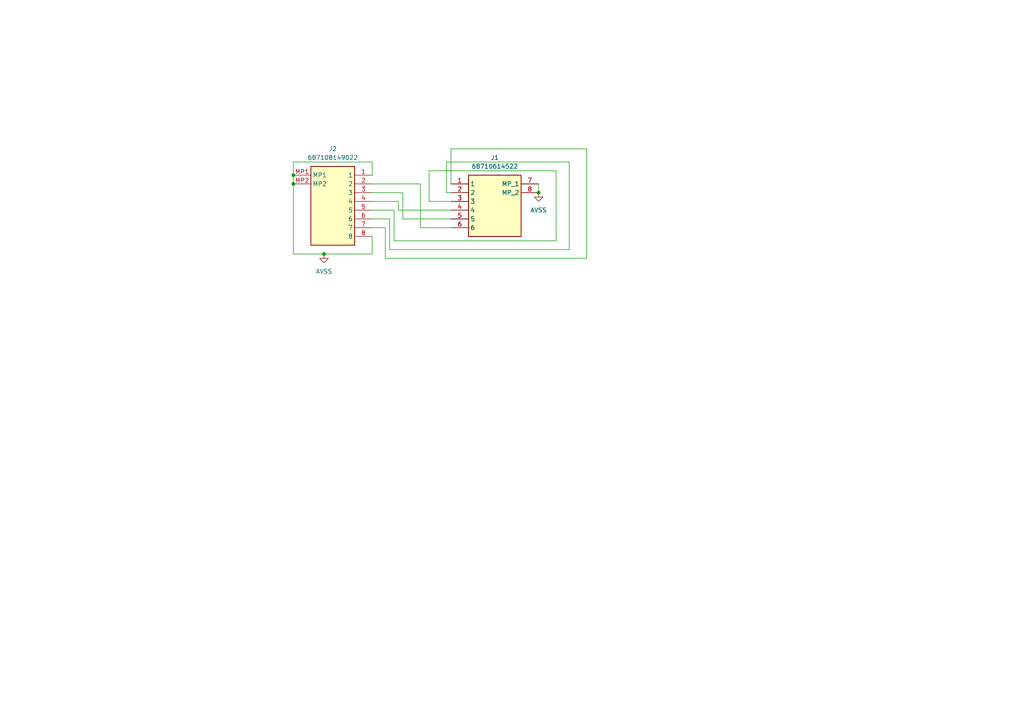
<source format=kicad_sch>
(kicad_sch (version 20250114) (generator "eeschema") (generator_version "9.0")
  (paper "A4")
  (lib_symbols
    (symbol "68710614522:68710614522"
      (property "Reference" "J" (at 21.59 7.62 0))
      (property "Value" "68710614522" (at 21.59 5.08 0))
      (symbol "68710614522_1_1"
        (rectangle (start 5.08 2.54) (end 20.32 -15.24) (stroke (width 0.254)) (fill (type background)))
        (pin passive line (at 0 0 0) (length 5.08) (name "MP_1") (number "7"))
        (pin passive line (at 0 -2.54 0) (length 5.08) (name "MP_2") (number "8"))
        (pin passive line (at 25.4 0 180) (length 5.08) (name "1") (number "1"))
        (pin passive line (at 25.4 -2.54 180) (length 5.08) (name "2") (number "2"))
        (pin passive line (at 25.4 -5.08 180) (length 5.08) (name "3") (number "3"))
        (pin passive line (at 25.4 -7.62 180) (length 5.08) (name "4") (number "4"))
        (pin passive line (at 25.4 -10.16 180) (length 5.08) (name "5") (number "5"))
        (pin passive line (at 25.4 -12.7 180) (length 5.08) (name "6") (number "6"))
      )
    )
    (symbol "687108149022:687108149022"
      (property "Reference" "J" (at 19.05 7.62 0))
      (property "Value" "687108149022" (at 19.05 5.08 0))
      (symbol "687108149022_1_1"
        (rectangle (start 5.08 2.54) (end 17.78 -20.32) (stroke (width 0.254)) (fill (type background)))
        (pin passive line (at 0 0 0) (length 5.08) (name "MP1") (number "MP1"))
        (pin passive line (at 0 -2.54 0) (length 5.08) (name "MP2") (number "MP2"))
        (pin passive line (at 22.86 0 180) (length 5.08) (name "1") (number "1"))
        (pin passive line (at 22.86 -2.54 180) (length 5.08) (name "2") (number "2"))
        (pin passive line (at 22.86 -5.08 180) (length 5.08) (name "3") (number "3"))
        (pin passive line (at 22.86 -7.62 180) (length 5.08) (name "4") (number "4"))
        (pin passive line (at 22.86 -10.16 180) (length 5.08) (name "5") (number "5"))
        (pin passive line (at 22.86 -12.7 180) (length 5.08) (name "6") (number "6"))
        (pin passive line (at 22.86 -15.24 180) (length 5.08) (name "7") (number "7"))
        (pin passive line (at 22.86 -17.78 180) (length 5.08) (name "8") (number "8"))
      )
    )
    (symbol "power:GND" (power) (pin_numbers (hide yes)) (pin_names (offset 0) (hide yes))
      (property "Value" "GND" (at 0 -3.81 0))
      (symbol "GND_0_1"
        (polyline (pts (xy 0 0) (xy 0 -1.27) (xy 1.27 -1.27) (xy 0 -2.54) (xy -1.27 -1.27) (xy 0 -1.27)))
      )
      (symbol "GND_1_1"
        (pin power_in line (at 0 0 270) (length 0) (name "~") (number "1"))
      )
    )
  )
  (junction (at 156.21 55.88))
  (junction (at 85.09 50.8))
  (junction (at 85.09 53.34))
  (junction (at 93.98 73.66))
  (wire (pts (xy 113.03 72.39) (xy 165.1 72.39)))
  (wire (pts (xy 113.03 63.5) (xy 113.03 72.39)))
  (wire (pts (xy 107.95 46.99) (xy 85.09 46.99)))
  (wire (pts (xy 115.57 58.42) (xy 115.57 60.96)))
  (wire (pts (xy 124.46 58.42) (xy 124.46 49.53)))
  (wire (pts (xy 165.1 72.39) (xy 165.1 46.99)))
  (wire (pts (xy 107.95 55.88) (xy 116.84 55.88)))
  (wire (pts (xy 124.46 49.53) (xy 161.29 49.53)))
  (wire (pts (xy 116.84 63.5) (xy 130.81 63.5)))
  (wire (pts (xy 107.95 63.5) (xy 113.03 63.5)))
  (wire (pts (xy 116.84 55.88) (xy 116.84 63.5)))
  (wire (pts (xy 130.81 43.18) (xy 130.81 53.34)))
  (wire (pts (xy 107.95 60.96) (xy 114.3 60.96)))
  (wire (pts (xy 111.76 74.93) (xy 170.18 74.93)))
  (wire (pts (xy 85.09 73.66) (xy 93.98 73.66)))
  (wire (pts (xy 161.29 49.53) (xy 161.29 69.85)))
  (wire (pts (xy 85.09 46.99) (xy 85.09 50.8)))
  (wire (pts (xy 85.09 50.8) (xy 85.09 53.34)))
  (wire (pts (xy 85.09 53.34) (xy 85.09 73.66)))
  (wire (pts (xy 121.92 53.34) (xy 121.92 66.04)))
  (wire (pts (xy 114.3 60.96) (xy 114.3 69.85)))
  (wire (pts (xy 170.18 43.18) (xy 130.81 43.18)))
  (wire (pts (xy 111.76 66.04) (xy 111.76 74.93)))
  (wire (pts (xy 107.95 58.42) (xy 115.57 58.42)))
  (wire (pts (xy 107.95 66.04) (xy 111.76 66.04)))
  (wire (pts (xy 129.54 55.88) (xy 130.81 55.88)))
  (wire (pts (xy 107.95 73.66) (xy 107.95 68.58)))
  (wire (pts (xy 115.57 60.96) (xy 130.81 60.96)))
  (wire (pts (xy 121.92 66.04) (xy 130.81 66.04)))
  (wire (pts (xy 93.98 73.66) (xy 107.95 73.66)))
  (wire (pts (xy 107.95 53.34) (xy 121.92 53.34)))
  (wire (pts (xy 156.21 53.34) (xy 156.21 55.88)))
  (wire (pts (xy 165.1 46.99) (xy 129.54 46.99)))
  (wire (pts (xy 161.29 69.85) (xy 114.3 69.85)))
  (wire (pts (xy 170.18 74.93) (xy 170.18 43.18)))
  (wire (pts (xy 129.54 46.99) (xy 129.54 55.88)))
  (wire (pts (xy 107.95 50.8) (xy 107.95 46.99)))
  (wire (pts (xy 130.81 58.42) (xy 124.46 58.42)))
  (symbol (lib_id "68710614522:68710614522") (at 156.21 53.34 0) (mirror y) (unit 1)
    (property "Reference" "J1" (at 143.51 45.72 0))
    (property "Value" "68710614522" (at 143.51 48.26 0))
    (property "Footprint" "foots:68710614522" (effects (hide yes)))
    (property "Description" "25WR-FPC 0.5mm ZIF Connector Bottom 6pin Wurth Elektronik 687 Series 0.5mm 6 Way 1 Row Straight PCB Socket Surface Mount Wire to Board" (effects (hide yes)))
    (property "Distributor Link" "https://www.mouser.co.uk/ProductDetail/Wurth-Elektronik/68710614522?qs=ZtY9WdtwX56jW0fVCAMn0A%3D%3D" (effects (hide yes)))
    (property "Manufacturer" "Wurth Elektronik" (effects (hide yes)))
    (property "Manufacturer Part Number" "68710614522" (effects (hide yes)))
  )
  (symbol (lib_id "power:GND") (at 93.98 73.66 0) (unit 1)
    (property "Reference" "#PWR01" (effects (hide yes)))
    (property "Value" "AVSS" (at 93.98 78.74 0))
    (property "Description" "Power symbol creates a global label with name \"GND\" , ground" (effects (hide yes)))
  )
  (symbol (lib_id "power:GND") (at 156.21 55.88 0) (unit 1)
    (property "Reference" "#PWR02" (effects (hide yes)))
    (property "Value" "AVSS" (at 156.21 60.96 0))
    (property "Description" "Power symbol creates a global label with name \"GND\" , ground" (effects (hide yes)))
  )
  (symbol (lib_id "687108149022:687108149022") (at 85.09 50.8 0) (unit 1)
    (property "Reference" "J2" (at 96.52 43.18 0))
    (property "Value" "687108149022" (at 96.52 45.72 0))
    (property "Footprint" "foots:687108149022" (effects (hide yes)))
    (property "Datasheet" "http://katalog.we-online.de/em/datasheet/6871xx149022.pdf" (effects (hide yes)))
    (property "Description" "Wurth Elektronik WR-FPC Series 0.5mm Pitch 8 Way Horizontal SMT Female FPC Connector, ZIF Bottom Contact" (effects (hide yes)))
    (property "Height" "4" (effects (hide yes)))
    (property "Mouser Part Number" "710-687108149022" (effects (hide yes)))
    (property "Mouser Price/Stock" "https://www.mouser.co.uk/ProductDetail/Wurth-Elektronik/687108149022?qs=a9WhcLg8qCwCfT8TEgjjUA%3D%3D" (effects (hide yes)))
    (property "Manufacturer_Name" "Wurth Elektronik" (effects (hide yes)))
    (property "Manufacturer_Part_Number" "687108149022" (effects (hide yes)))
    (property "Distributor Link" "https://www.mouser.co.uk/ProductDetail/Wurth-Elektronik/687108149022?qs=a9WhcLg8qCwCfT8TEgjjUA%3D%3D" (effects (hide yes)))
    (property "Manufacturer" "Wurth Elektronik" (effects (hide yes)))
    (property "Manufacturer Part Number" "687108149022" (effects (hide yes)))
  )
)
</source>
